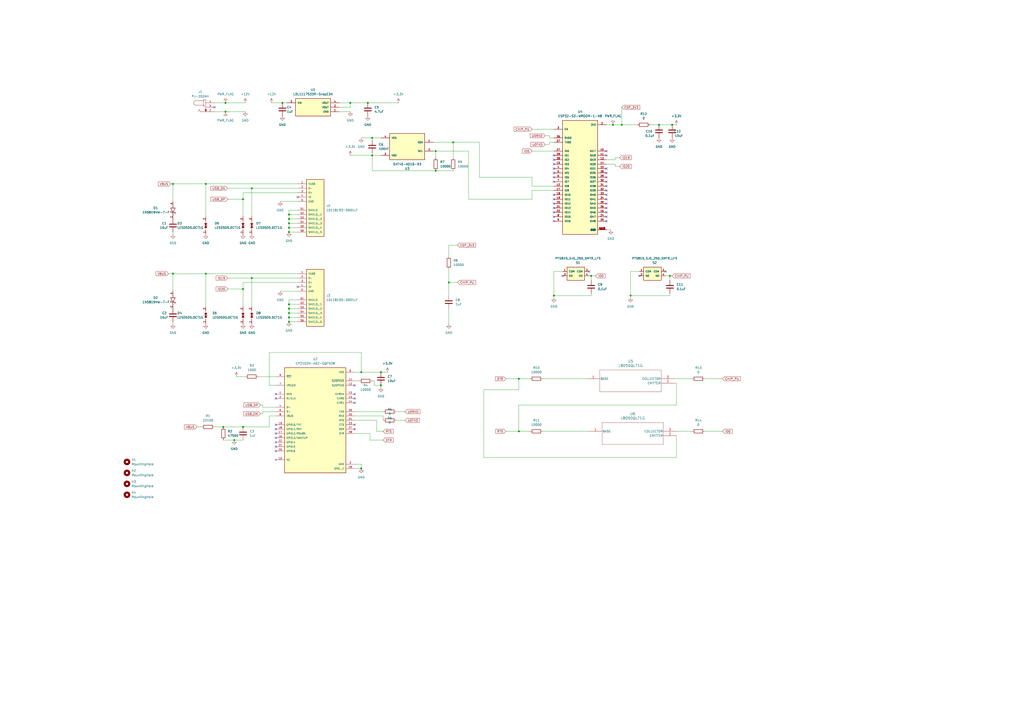
<source format=kicad_sch>
(kicad_sch (version 20231120) (generator "eeschema") (generator_version "8.0")
  (paper "A2")
  (junction (at 146.05 161.29))
  (junction (at 388.62 160.02))
  (junction (at 100.33 158.75))
  (junction (at 135.89 255.27))
  (junction (at 119.38 158.75))
  (junction (at 167.64 181.61))
  (junction (at 100.33 106.68))
  (junction (at 300.99 219.71))
  (junction (at 365.76 171.45))
  (junction (at 220.98 223.52))
  (junction (at 140.97 115.57))
  (junction (at 252.73 99.06))
  (junction (at 209.55 215.9))
  (junction (at 215.9 90.17))
  (junction (at 342.9 160.02))
  (junction (at 167.64 184.15))
  (junction (at 130.81 59.69))
  (junction (at 355.6 72.39))
  (junction (at 140.97 247.65))
  (junction (at 167.64 186.69))
  (junction (at 167.64 127))
  (junction (at 129.54 247.65))
  (junction (at 252.73 87.63))
  (junction (at 119.38 106.68))
  (junction (at 215.9 80.01))
  (junction (at 167.64 134.62))
  (junction (at 389.89 72.39))
  (junction (at 360.68 72.39))
  (junction (at 167.64 132.08))
  (junction (at 300.99 250.19))
  (junction (at 146.05 109.22))
  (junction (at 167.64 124.46))
  (junction (at 167.64 176.53))
  (junction (at 220.98 215.9))
  (junction (at 382.27 72.39))
  (junction (at 203.2 59.69))
  (junction (at 130.81 64.77))
  (junction (at 213.36 59.69))
  (junction (at 209.55 271.78))
  (junction (at 167.64 179.07))
  (junction (at 321.31 171.45))
  (junction (at 163.83 59.69))
  (junction (at 140.97 167.64))
  (junction (at 167.64 129.54))
  (junction (at 262.89 82.55))
  (junction (at 260.35 163.83))
  (no_connect (at 321.31 113.03))
  (no_connect (at 205.74 223.52))
  (no_connect (at 321.31 100.33))
  (no_connect (at 205.74 248.92))
  (no_connect (at 341.63 157.48))
  (no_connect (at 326.39 160.02))
  (no_connect (at 160.02 251.46))
  (no_connect (at 386.08 157.48))
  (no_connect (at 160.02 261.62))
  (no_connect (at 160.02 256.54))
  (no_connect (at 351.79 87.63))
  (no_connect (at 351.79 102.87))
  (no_connect (at 351.79 123.19))
  (no_connect (at 321.31 90.17))
  (no_connect (at 205.74 231.14))
  (no_connect (at 321.31 120.65))
  (no_connect (at 321.31 92.71))
  (no_connect (at 160.02 254))
  (no_connect (at 321.31 118.11))
  (no_connect (at 321.31 105.41))
  (no_connect (at 351.79 90.17))
  (no_connect (at 351.79 118.11))
  (no_connect (at 321.31 115.57))
  (no_connect (at 351.79 97.79))
  (no_connect (at 351.79 110.49))
  (no_connect (at 351.79 105.41))
  (no_connect (at 321.31 128.27))
  (no_connect (at 205.74 228.6))
  (no_connect (at 172.72 166.37))
  (no_connect (at 160.02 231.14))
  (no_connect (at 160.02 246.38))
  (no_connect (at 321.31 125.73))
  (no_connect (at 160.02 259.08))
  (no_connect (at 321.31 102.87))
  (no_connect (at 321.31 123.19))
  (no_connect (at 172.72 114.3))
  (no_connect (at 351.79 100.33))
  (no_connect (at 351.79 128.27))
  (no_connect (at 351.79 113.03))
  (no_connect (at 351.79 125.73))
  (no_connect (at 321.31 97.79))
  (no_connect (at 370.84 160.02))
  (no_connect (at 351.79 120.65))
  (no_connect (at 205.74 246.38))
  (no_connect (at 351.79 115.57))
  (no_connect (at 160.02 228.6))
  (no_connect (at 160.02 248.92))
  (no_connect (at 321.31 95.25))
  (no_connect (at 351.79 107.95))
  (no_connect (at 124.46 62.23))
  (no_connect (at 205.74 233.68))
  (wire (pts (xy 203.2 62.23) (xy 203.2 59.69)))
  (wire (pts (xy 100.33 106.68) (xy 100.33 116.84)))
  (wire (pts (xy 129.54 255.27) (xy 135.89 255.27)))
  (wire (pts (xy 342.9 160.02) (xy 345.44 160.02)))
  (wire (pts (xy 209.55 204.47) (xy 209.55 215.9)))
  (wire (pts (xy 300.99 226.06) (xy 300.99 219.71)))
  (wire (pts (xy 167.64 181.61) (xy 167.64 184.15)))
  (wire (pts (xy 280.67 226.06) (xy 300.99 226.06)))
  (wire (pts (xy 119.38 106.68) (xy 172.72 106.68)))
  (wire (pts (xy 205.74 215.9) (xy 209.55 215.9)))
  (wire (pts (xy 217.17 223.52) (xy 220.98 223.52)))
  (wire (pts (xy 265.43 142.24) (xy 260.35 142.24)))
  (wire (pts (xy 209.55 269.24) (xy 209.55 271.78)))
  (wire (pts (xy 146.05 109.22) (xy 172.72 109.22)))
  (wire (pts (xy 167.64 184.15) (xy 172.72 184.15)))
  (wire (pts (xy 215.9 80.01) (xy 220.98 80.01)))
  (wire (pts (xy 389.89 72.39) (xy 382.27 72.39)))
  (wire (pts (xy 213.36 59.69) (xy 231.14 59.69)))
  (wire (pts (xy 215.9 99.06) (xy 215.9 90.17)))
  (wire (pts (xy 215.9 90.17) (xy 220.98 90.17)))
  (wire (pts (xy 260.35 163.83) (xy 265.43 163.83)))
  (wire (pts (xy 300.99 234.95) (xy 300.99 250.19)))
  (wire (pts (xy 156.21 241.3) (xy 156.21 247.65)))
  (wire (pts (xy 321.31 157.48) (xy 321.31 171.45)))
  (wire (pts (xy 262.89 82.55) (xy 251.46 82.55)))
  (wire (pts (xy 146.05 161.29) (xy 146.05 177.8)))
  (wire (pts (xy 167.64 134.62) (xy 172.72 134.62)))
  (wire (pts (xy 151.13 234.95) (xy 152.4 234.95)))
  (wire (pts (xy 262.89 82.55) (xy 262.89 91.44)))
  (wire (pts (xy 100.33 158.75) (xy 100.33 168.91)))
  (wire (pts (xy 351.79 95.25) (xy 356.87 95.25)))
  (wire (pts (xy 260.35 156.21) (xy 260.35 163.83)))
  (wire (pts (xy 99.06 106.68) (xy 100.33 106.68)))
  (wire (pts (xy 318.77 80.01) (xy 321.31 80.01)))
  (wire (pts (xy 252.73 87.63) (xy 271.78 87.63)))
  (wire (pts (xy 167.64 184.15) (xy 167.64 186.69)))
  (wire (pts (xy 252.73 99.06) (xy 215.9 99.06)))
  (wire (pts (xy 132.08 161.29) (xy 146.05 161.29)))
  (wire (pts (xy 152.4 236.22) (xy 160.02 236.22)))
  (wire (pts (xy 365.76 157.48) (xy 365.76 171.45)))
  (wire (pts (xy 377.19 72.39) (xy 382.27 72.39)))
  (wire (pts (xy 137.16 218.44) (xy 142.24 218.44)))
  (wire (pts (xy 252.73 99.06) (xy 262.89 99.06)))
  (wire (pts (xy 149.86 218.44) (xy 160.02 218.44)))
  (wire (pts (xy 391.16 219.71) (xy 401.32 219.71)))
  (wire (pts (xy 140.97 167.64) (xy 140.97 177.8)))
  (wire (pts (xy 408.94 219.71) (xy 419.1 219.71)))
  (wire (pts (xy 167.64 173.99) (xy 167.64 176.53)))
  (wire (pts (xy 205.74 243.84) (xy 218.44 243.84)))
  (wire (pts (xy 157.48 59.69) (xy 163.83 59.69)))
  (wire (pts (xy 209.55 80.01) (xy 215.9 80.01)))
  (wire (pts (xy 392.43 250.19) (xy 401.32 250.19)))
  (wire (pts (xy 308.61 107.95) (xy 321.31 107.95)))
  (wire (pts (xy 215.9 220.98) (xy 217.17 220.98)))
  (wire (pts (xy 167.64 179.07) (xy 167.64 181.61)))
  (wire (pts (xy 167.64 181.61) (xy 172.72 181.61)))
  (wire (pts (xy 355.6 72.39) (xy 360.68 72.39)))
  (wire (pts (xy 318.77 78.74) (xy 318.77 80.01)))
  (wire (pts (xy 205.74 241.3) (xy 222.25 241.3)))
  (wire (pts (xy 215.9 88.9) (xy 215.9 90.17)))
  (wire (pts (xy 280.67 265.43) (xy 280.67 226.06)))
  (wire (pts (xy 167.64 124.46) (xy 167.64 127)))
  (wire (pts (xy 167.64 127) (xy 167.64 129.54)))
  (wire (pts (xy 132.08 167.64) (xy 140.97 167.64)))
  (wire (pts (xy 203.2 59.69) (xy 213.36 59.69)))
  (wire (pts (xy 140.97 163.83) (xy 172.72 163.83)))
  (wire (pts (xy 271.78 115.57) (xy 271.78 87.63)))
  (wire (pts (xy 218.44 250.19) (xy 222.25 250.19)))
  (wire (pts (xy 214.63 255.27) (xy 222.25 255.27)))
  (wire (pts (xy 388.62 171.45) (xy 365.76 171.45)))
  (wire (pts (xy 220.98 215.9) (xy 224.79 215.9)))
  (wire (pts (xy 388.62 160.02) (xy 388.62 162.56)))
  (wire (pts (xy 392.43 234.95) (xy 300.99 234.95)))
  (wire (pts (xy 354.33 133.35) (xy 351.79 133.35)))
  (wire (pts (xy 130.81 59.69) (xy 142.24 59.69)))
  (wire (pts (xy 215.9 80.01) (xy 215.9 81.28)))
  (wire (pts (xy 160.02 223.52) (xy 156.21 223.52)))
  (wire (pts (xy 392.43 222.25) (xy 392.43 234.95)))
  (wire (pts (xy 162.56 168.91) (xy 172.72 168.91)))
  (wire (pts (xy 356.87 95.25) (xy 356.87 96.52)))
  (wire (pts (xy 167.64 132.08) (xy 167.64 134.62)))
  (wire (pts (xy 152.4 234.95) (xy 152.4 236.22)))
  (wire (pts (xy 140.97 115.57) (xy 140.97 111.76)))
  (wire (pts (xy 314.96 219.71) (xy 340.36 219.71)))
  (wire (pts (xy 318.77 82.55) (xy 321.31 82.55)))
  (wire (pts (xy 392.43 72.39) (xy 389.89 72.39)))
  (wire (pts (xy 360.68 72.39) (xy 369.57 72.39)))
  (wire (pts (xy 156.21 204.47) (xy 209.55 204.47)))
  (wire (pts (xy 386.08 160.02) (xy 388.62 160.02)))
  (wire (pts (xy 196.85 64.77) (xy 203.2 64.77)))
  (wire (pts (xy 370.84 157.48) (xy 365.76 157.48)))
  (wire (pts (xy 100.33 106.68) (xy 119.38 106.68)))
  (wire (pts (xy 119.38 106.68) (xy 119.38 125.73)))
  (wire (pts (xy 162.56 116.84) (xy 172.72 116.84)))
  (wire (pts (xy 140.97 115.57) (xy 140.97 125.73)))
  (wire (pts (xy 308.61 110.49) (xy 321.31 110.49)))
  (wire (pts (xy 124.46 59.69) (xy 130.81 59.69)))
  (wire (pts (xy 222.25 241.3) (xy 222.25 243.84)))
  (wire (pts (xy 360.68 62.23) (xy 360.68 72.39)))
  (wire (pts (xy 220.98 224.79) (xy 220.98 223.52)))
  (wire (pts (xy 391.16 222.25) (xy 392.43 222.25)))
  (wire (pts (xy 260.35 179.07) (xy 260.35 187.96)))
  (wire (pts (xy 167.64 121.92) (xy 167.64 124.46)))
  (wire (pts (xy 321.31 171.45) (xy 321.31 172.72)))
  (wire (pts (xy 316.23 83.82) (xy 318.77 83.82)))
  (wire (pts (xy 278.13 102.87) (xy 278.13 82.55)))
  (wire (pts (xy 388.62 160.02) (xy 389.89 160.02)))
  (wire (pts (xy 160.02 241.3) (xy 156.21 241.3)))
  (wire (pts (xy 388.62 170.18) (xy 388.62 171.45)))
  (wire (pts (xy 356.87 91.44) (xy 359.41 91.44)))
  (wire (pts (xy 152.4 238.76) (xy 160.02 238.76)))
  (wire (pts (xy 351.79 72.39) (xy 355.6 72.39)))
  (wire (pts (xy 135.89 255.27) (xy 140.97 255.27)))
  (wire (pts (xy 293.37 250.19) (xy 300.99 250.19)))
  (wire (pts (xy 167.64 127) (xy 172.72 127)))
  (wire (pts (xy 365.76 171.45) (xy 365.76 172.72)))
  (wire (pts (xy 119.38 158.75) (xy 172.72 158.75)))
  (wire (pts (xy 260.35 163.83) (xy 260.35 171.45)))
  (wire (pts (xy 205.74 269.24) (xy 209.55 269.24)))
  (wire (pts (xy 130.81 64.77) (xy 142.24 64.77)))
  (wire (pts (xy 119.38 158.75) (xy 119.38 177.8)))
  (wire (pts (xy 172.72 173.99) (xy 167.64 173.99)))
  (wire (pts (xy 278.13 82.55) (xy 262.89 82.55)))
  (wire (pts (xy 252.73 87.63) (xy 252.73 91.44)))
  (wire (pts (xy 205.74 251.46) (xy 214.63 251.46)))
  (wire (pts (xy 351.79 92.71) (xy 356.87 92.71)))
  (wire (pts (xy 132.08 109.22) (xy 146.05 109.22)))
  (wire (pts (xy 293.37 219.71) (xy 300.99 219.71)))
  (wire (pts (xy 196.85 59.69) (xy 203.2 59.69)))
  (wire (pts (xy 163.83 59.69) (xy 166.37 59.69)))
  (wire (pts (xy 167.64 176.53) (xy 167.64 179.07)))
  (wire (pts (xy 132.08 115.57) (xy 140.97 115.57)))
  (wire (pts (xy 140.97 111.76) (xy 172.72 111.76)))
  (wire (pts (xy 167.64 124.46) (xy 172.72 124.46)))
  (wire (pts (xy 151.13 240.03) (xy 152.4 240.03)))
  (wire (pts (xy 278.13 102.87) (xy 308.61 102.87)))
  (wire (pts (xy 308.61 87.63) (xy 321.31 87.63)))
  (wire (pts (xy 167.64 132.08) (xy 172.72 132.08)))
  (wire (pts (xy 218.44 243.84) (xy 218.44 250.19)))
  (wire (pts (xy 342.9 160.02) (xy 342.9 162.56)))
  (wire (pts (xy 318.77 83.82) (xy 318.77 82.55)))
  (wire (pts (xy 97.79 158.75) (xy 100.33 158.75)))
  (wire (pts (xy 146.05 109.22) (xy 146.05 125.73)))
  (wire (pts (xy 196.85 62.23) (xy 203.2 62.23)))
  (wire (pts (xy 156.21 223.52) (xy 156.21 204.47)))
  (wire (pts (xy 229.87 243.84) (xy 234.95 243.84)))
  (wire (pts (xy 100.33 186.69) (xy 100.33 187.96)))
  (wire (pts (xy 205.74 271.78) (xy 209.55 271.78)))
  (wire (pts (xy 308.61 102.87) (xy 308.61 107.95)))
  (wire (pts (xy 316.23 78.74) (xy 318.77 78.74)))
  (wire (pts (xy 271.78 115.57) (xy 308.61 115.57)))
  (wire (pts (xy 392.43 265.43) (xy 280.67 265.43)))
  (wire (pts (xy 172.72 121.92) (xy 167.64 121.92)))
  (wire (pts (xy 129.54 247.65) (xy 140.97 247.65)))
  (wire (pts (xy 209.55 215.9) (xy 220.98 215.9)))
  (wire (pts (xy 260.35 142.24) (xy 260.35 148.59)))
  (wire (pts (xy 152.4 240.03) (xy 152.4 238.76)))
  (wire (pts (xy 124.46 64.77) (xy 130.81 64.77)))
  (wire (pts (xy 392.43 252.73) (xy 392.43 265.43)))
  (wire (pts (xy 203.2 90.17) (xy 215.9 90.17)))
  (wire (pts (xy 214.63 251.46) (xy 214.63 255.27)))
  (wire (pts (xy 300.99 250.19) (xy 307.34 250.19)))
  (wire (pts (xy 167.64 176.53) (xy 172.72 176.53)))
  (wire (pts (xy 114.3 247.65) (xy 116.84 247.65)))
  (wire (pts (xy 140.97 167.64) (xy 140.97 163.83)))
  (wire (pts (xy 156.21 247.65) (xy 140.97 247.65)))
  (wire (pts (xy 100.33 158.75) (xy 119.38 158.75)))
  (wire (pts (xy 217.17 220.98) (xy 217.17 223.52)))
  (wire (pts (xy 205.74 238.76) (xy 222.25 238.76)))
  (wire (pts (xy 408.94 250.19) (xy 419.1 250.19)))
  (wire (pts (xy 167.64 129.54) (xy 167.64 132.08)))
  (wire (pts (xy 341.63 160.02) (xy 342.9 160.02)))
  (wire (pts (xy 167.64 186.69) (xy 172.72 186.69)))
  (wire (pts (xy 300.99 219.71) (xy 307.34 219.71)))
  (wire (pts (xy 100.33 134.62) (xy 100.33 135.89)))
  (wire (pts (xy 314.96 250.19) (xy 341.63 250.19)))
  (wire (pts (xy 356.87 96.52) (xy 359.41 96.52)))
  (wire (pts (xy 167.64 129.54) (xy 172.72 129.54)))
  (wire (pts (xy 356.87 92.71) (xy 356.87 91.44)))
  (wire (pts (xy 229.87 238.76) (xy 234.95 238.76)))
  (wire (pts (xy 146.05 161.29) (xy 172.72 161.29)))
  (wire (pts (xy 321.31 171.45) (xy 342.9 171.45)))
  (wire (pts (xy 308.61 74.93) (xy 321.31 74.93)))
  (wire (pts (xy 124.46 247.65) (xy 129.54 247.65)))
  (wire (pts (xy 342.9 170.18) (xy 342.9 171.45)))
  (wire (pts (xy 205.74 220.98) (xy 208.28 220.98)))
  (wire (pts (xy 308.61 115.57) (xy 308.61 110.49)))
  (wire (pts (xy 326.39 157.48) (xy 321.31 157.48)))
  (wire (pts (xy 251.46 87.63) (xy 252.73 87.63)))
  (wire (pts (xy 167.64 179.07) (xy 172.72 179.07)))
  (global_label "CHIP_PU" (shape input) (at 389.89 160.02 0) (property "Intersheetrefs" "${INTERSHEET_REFS}" (effects (hide yes))))
  (global_label "CHIP_PU" (shape input) (at 265.43 163.83 0) (property "Intersheetrefs" "${INTERSHEET_REFS}" (effects (hide yes))))
  (global_label "USB_DP" (shape input) (at 151.13 234.95 180) (property "Intersheetrefs" "${INTERSHEET_REFS}" (effects (hide yes))))
  (global_label "IO19" (shape input) (at 359.41 91.44 0) (property "Intersheetrefs" "${INTERSHEET_REFS}" (effects (hide yes))))
  (global_label "IO0" (shape input) (at 308.61 87.63 180) (property "Intersheetrefs" "${INTERSHEET_REFS}" (effects (hide yes))))
  (global_label "ESP_3V3" (shape input) (at 265.43 142.24 0) (property "Intersheetrefs" "${INTERSHEET_REFS}" (effects (hide yes))))
  (global_label "U0RXD" (shape input) (at 316.23 78.74 180) (property "Intersheetrefs" "${INTERSHEET_REFS}" (effects (hide yes))))
  (global_label "U0RXD" (shape input) (at 234.95 238.76 0) (property "Intersheetrefs" "${INTERSHEET_REFS}" (effects (hide yes))))
  (global_label "VBUS" (shape input) (at 114.3 247.65 180) (property "Intersheetrefs" "${INTERSHEET_REFS}" (effects (hide yes))))
  (global_label "IO0" (shape input) (at 419.1 250.19 0) (property "Intersheetrefs" "${INTERSHEET_REFS}" (effects (hide yes))))
  (global_label "IO19" (shape input) (at 132.08 161.29 180) (property "Intersheetrefs" "${INTERSHEET_REFS}" (effects (hide yes))))
  (global_label "U0TXD" (shape input) (at 234.95 243.84 0) (property "Intersheetrefs" "${INTERSHEET_REFS}" (effects (hide yes))))
  (global_label "RTS" (shape input) (at 222.25 250.19 0) (property "Intersheetrefs" "${INTERSHEET_REFS}" (effects (hide yes))))
  (global_label "USB_DN" (shape input) (at 151.13 240.03 180) (property "Intersheetrefs" "${INTERSHEET_REFS}" (effects (hide yes))))
  (global_label "RTS" (shape input) (at 293.37 250.19 180) (property "Intersheetrefs" "${INTERSHEET_REFS}" (effects (hide yes))))
  (global_label "IO0" (shape input) (at 345.44 160.02 0) (property "Intersheetrefs" "${INTERSHEET_REFS}" (effects (hide yes))))
  (global_label "VBUS" (shape input) (at 97.79 158.75 180) (property "Intersheetrefs" "${INTERSHEET_REFS}" (effects (hide yes))))
  (global_label "U0TXD" (shape input) (at 316.23 83.82 180) (property "Intersheetrefs" "${INTERSHEET_REFS}" (effects (hide yes))))
  (global_label "IO20" (shape input) (at 132.08 167.64 180) (property "Intersheetrefs" "${INTERSHEET_REFS}" (effects (hide yes))))
  (global_label "DTR" (shape input) (at 293.37 219.71 180) (property "Intersheetrefs" "${INTERSHEET_REFS}" (effects (hide yes))))
  (global_label "ESP_3V3" (shape input) (at 360.68 62.23 0) (property "Intersheetrefs" "${INTERSHEET_REFS}" (effects (hide yes))))
  (global_label "IO20" (shape input) (at 359.41 96.52 0) (property "Intersheetrefs" "${INTERSHEET_REFS}" (effects (hide yes))))
  (global_label "USB_DN" (shape input) (at 132.08 109.22 180) (property "Intersheetrefs" "${INTERSHEET_REFS}" (effects (hide yes))))
  (global_label "USB_DP" (shape input) (at 132.08 115.57 180) (property "Intersheetrefs" "${INTERSHEET_REFS}" (effects (hide yes))))
  (global_label "DTR" (shape input) (at 222.25 255.27 0) (property "Intersheetrefs" "${INTERSHEET_REFS}" (effects (hide yes))))
  (global_label "VBUS" (shape input) (at 99.06 106.68 180) (property "Intersheetrefs" "${INTERSHEET_REFS}" (effects (hide yes))))
  (global_label "CHIP_PU" (shape input) (at 308.61 74.93 180) (property "Intersheetrefs" "${INTERSHEET_REFS}" (effects (hide yes))))
  (global_label "CHIP_PU" (shape input) (at 419.1 219.71 0) (property "Intersheetrefs" "${INTERSHEET_REFS}" (effects (hide yes))))
  (symbol (lib_id "power:GND") (at 213.36 67.31 0) (unit 1)
    (property "Reference" "#PWR023" (effects (hide yes)))
    (property "Value" "GND" (at 213.36 72.39 0))
    (property "Description" "Power symbol creates a global label with name \"GND\" , ground" (effects (hide yes)))
  )
  (symbol (lib_id "ECE445:SHT45-AD1B-R3") (at 236.22 85.09 180) (unit 1)
    (property "Reference" "U3" (at 236.22 97.79 0))
    (property "Value" "SHT45-AD1B-R3" (at 236.22 95.25 0))
  )
  (symbol (lib_id "power:PWR_FLAG") (at 355.6 72.39 0) (unit 1)
    (property "Reference" "#FLG03" (effects (hide yes)))
    (property "Value" "PWR_FLAG" (at 355.6 67.31 0))
    (property "Description" "Special symbol for telling ERC where power comes from" (effects (hide yes)))
  )
  (symbol (lib_id "Device:C") (at 213.36 63.5 0) (unit 1)
    (property "Reference" "C5" (at 217.17 62.23 0) (effects (justify left)))
    (property "Value" "4.7uF" (at 217.17 64.77 0) (effects (justify left)))
    (property "Description" "Unpolarized capacitor" (effects (hide yes)))
  )
  (symbol (lib_id "ECE445:LESD5D5.0CT1G") (at 140.97 130.81 90) (unit 1)
    (property "Reference" "D5" (at 124.46 129.54 90) (effects (justify right)))
    (property "Value" "LESD5D5.0CT1G" (at 124.46 132.08 90) (effects (justify right)))
    (property "Description" "\nTransient Voltage Suppressors for ESD Protection\n" (effects (hide yes)))
    (property "MF" "Leshan Radio Co." (effects (hide yes)))
    (property "MAXIMUM_PACKAGE_HEIGHT" "0.7 mm" (effects (hide yes)))
    (property "Package" "None" (effects (hide yes)))
    (property "Price" "None" (effects (hide yes)))
    (property "Check_prices" "https://www.snapeda.com/parts/LESD5D5.0CT1G/Leshan+Radio+Co./view-part/?ref=eda" (effects (hide yes)))
    (property "STANDARD" "Manufacturer Recommendations" (effects (hide yes)))
    (property "PARTREV" "O" (effects (hide yes)))
    (property "SnapEDA_Link" "https://www.snapeda.com/parts/LESD5D5.0CT1G/Leshan+Radio+Co./view-part/?ref=snap" (effects (hide yes)))
    (property "MP" "LESD5D5.0CT1G" (effects (hide yes)))
    (property "Availability" "Not in stock" (effects (hide yes)))
    (property "MANUFACTURER" "LRC" (effects (hide yes)))
  )
  (symbol (lib_id "Device:R") (at 120.65 247.65 90) (unit 1)
    (property "Reference" "R1" (at 120.65 241.3 90))
    (property "Value" "22100" (at 120.65 243.84 90))
    (property "Description" "Resistor" (effects (hide yes)))
  )
  (symbol (lib_id "ECE445:10118193-0001LF") (at 182.88 166.37 0) (unit 1)
    (property "Reference" "J3" (at 189.23 171.45 0) (effects (justify left)))
    (property "Value" "10118193-0001LF" (at 189.23 173.99 0) (effects (justify left)))
    (property "PARTREV" "E" (effects (hide yes)))
    (property "MANUFACTURER" "Amphenol FCI" (effects (hide yes)))
    (property "MAXIMUM_PACKAGE_HEIGHT" "2.55 mm" (effects (hide yes)))
    (property "STANDARD" "Manufacturer Recommendations" (effects (hide yes)))
  )
  (symbol (lib_id "power:GND") (at 203.2 64.77 0) (unit 1)
    (property "Reference" "#PWR019" (effects (hide yes)))
    (property "Value" "GND" (at 203.2 69.85 0))
    (property "Description" "Power symbol creates a global label with name \"GND\" , ground" (effects (hide yes)))
  )
  (symbol (lib_id "Mechanical:MountingHole") (at 73.66 267.97 0) (unit 1)
    (property "Reference" "H1" (at 76.2 266.7 0) (effects (justify left)))
    (property "Value" "MountingHole" (at 76.2 269.24 0) (effects (justify left)))
    (property "Description" "Mounting Hole without connection" (effects (hide yes)))
  )
  (symbol (lib_id "Device:C") (at 100.33 130.81 0) (unit 1)
    (property "Reference" "C1" (at 93.98 129.54 0) (effects (justify left)))
    (property "Value" "10uF" (at 92.71 132.08 0) (effects (justify left)))
    (property "Description" "Unpolarized capacitor" (effects (hide yes)))
  )
  (symbol (lib_id "Mechanical:MountingHole") (at 73.66 287.02 0) (unit 1)
    (property "Reference" "H4" (at 76.2 285.75 0) (effects (justify left)))
    (property "Value" "MountingHole" (at 76.2 288.29 0) (effects (justify left)))
    (property "Description" "Mounting Hole without connection" (effects (hide yes)))
  )
  (symbol (lib_id "ECE445:1N5819HW-7-F") (at 100.33 121.92 270) (unit 1)
    (property "Reference" "D1" (at 88.9 120.65 90) (effects (justify left)))
    (property "Value" "1N5819HW-7-F" (at 82.55 123.19 90) (effects (justify left)))
    (property "PARTREV" "18-2" (effects (hide yes)))
    (property "STANDARD" "IPC-7351B" (effects (hide yes)))
    (property "MANUFACTURER" "Diodes Inc." (effects (hide yes)))
  )
  (symbol (lib_id "Device:C") (at 215.9 85.09 0) (unit 1)
    (property "Reference" "C6" (at 219.71 83.82 0) (effects (justify left)))
    (property "Value" "100nF" (at 219.71 86.36 0) (effects (justify left)))
    (property "Description" "Unpolarized capacitor" (effects (hide yes)))
  )
  (symbol (lib_id "ECE445:LESD5D5.0CT1G") (at 146.05 182.88 90) (unit 1)
    (property "Reference" "D8" (at 148.59 181.61 90) (effects (justify right)))
    (property "Value" "LESD5D5.0CT1G" (at 148.59 184.15 90) (effects (justify right)))
    (property "Description" "\nTransient Voltage Suppressors for ESD Protection\n" (effects (hide yes)))
    (property "MF" "Leshan Radio Co." (effects (hide yes)))
    (property "MAXIMUM_PACKAGE_HEIGHT" "0.7 mm" (effects (hide yes)))
    (property "Package" "None" (effects (hide yes)))
    (property "Price" "None" (effects (hide yes)))
    (property "Check_prices" "https://www.snapeda.com/parts/LESD5D5.0CT1G/Leshan+Radio+Co./view-part/?ref=eda" (effects (hide yes)))
    (property "STANDARD" "Manufacturer Recommendations" (effects (hide yes)))
    (property "PARTREV" "O" (effects (hide yes)))
    (property "SnapEDA_Link" "https://www.snapeda.com/parts/LESD5D5.0CT1G/Leshan+Radio+Co./view-part/?ref=snap" (effects (hide yes)))
    (property "MP" "LESD5D5.0CT1G" (effects (hide yes)))
    (property "Availability" "Not in stock" (effects (hide yes)))
    (property "MANUFACTURER" "LRC" (effects (hide yes)))
  )
  (symbol (lib_id "Device:R") (at 405.13 219.71 90) (unit 1)
    (property "Reference" "R13" (at 405.13 213.36 90))
    (property "Value" "0" (at 405.13 215.9 90))
    (property "Description" "Resistor" (effects (hide yes)))
  )
  (symbol (lib_id "ECE445:LESD5D5.0CT1G") (at 146.05 130.81 90) (unit 1)
    (property "Reference" "D7" (at 148.59 129.54 90) (effects (justify right)))
    (property "Value" "LESD5D5.0CT1G" (at 148.59 132.08 90) (effects (justify right)))
    (property "Description" "\nTransient Voltage Suppressors for ESD Protection\n" (effects (hide yes)))
    (property "MF" "Leshan Radio Co." (effects (hide yes)))
    (property "MAXIMUM_PACKAGE_HEIGHT" "0.7 mm" (effects (hide yes)))
    (property "Package" "None" (effects (hide yes)))
    (property "Price" "None" (effects (hide yes)))
    (property "Check_prices" "https://www.snapeda.com/parts/LESD5D5.0CT1G/Leshan+Radio+Co./view-part/?ref=eda" (effects (hide yes)))
    (property "STANDARD" "Manufacturer Recommendations" (effects (hide yes)))
    (property "PARTREV" "O" (effects (hide yes)))
    (property "SnapEDA_Link" "https://www.snapeda.com/parts/LESD5D5.0CT1G/Leshan+Radio+Co./view-part/?ref=snap" (effects (hide yes)))
    (property "MP" "LESD5D5.0CT1G" (effects (hide yes)))
    (property "Availability" "Not in stock" (effects (hide yes)))
    (property "MANUFACTURER" "LRC" (effects (hide yes)))
  )
  (symbol (lib_id "Device:R") (at 226.06 243.84 90) (unit 1)
    (property "Reference" "R6" (at 226.06 242.57 90))
    (property "Value" "0" (at 226.06 245.11 90))
    (property "Description" "Resistor" (effects (hide yes)))
  )
  (symbol (lib_id "Device:R") (at 262.89 95.25 0) (unit 1)
    (property "Reference" "R9" (at 265.43 93.98 0) (effects (justify left)))
    (property "Value" "10000" (at 265.43 96.52 0) (effects (justify left)))
    (property "Description" "Resistor" (effects (hide yes)))
  )
  (symbol (lib_id "power:GND") (at 119.38 187.96 0) (unit 1)
    (property "Reference" "#PWR04" (effects (hide yes)))
    (property "Value" "GND" (at 119.38 193.04 0))
    (property "Description" "Power symbol creates a global label with name \"GND\" , ground" (effects (hide yes)))
  )
  (symbol (lib_id "ECE445:PTS815_SJG_250_SMTR_LFS") (at 383.54 162.56 180) (unit 1)
    (property "Reference" "S2" (at 379.73 152.4 0))
    (property "Value" "PTS815_SJG_250_SMTR_LFS" (at 379.73 149.86 0))
    (property "Description" "\nSwitch;Tactile;4.2 x 3.2;2.5MM;400gf;J Leads | C&K PTS815 SJG 250 SMTR LFS\n" (effects (hide yes)))
    (property "MANUFACTURER_NAME" "C & K COMPONENTS" (effects (hide yes)))
    (property "MF" "C&K" (effects (hide yes)))
    (property "MOUSER_PRICE-STOCK" "https://www.mouser.co.uk/ProductDetail/CK/PTS815-SJG-250-SMTR-LFS?qs=ahcBuItHZ3yjoEmU1Oppnw%3D%3D" (effects (hide yes)))
    (property "DESCRIPTION" "Tactile Switches Tact Switch, 12 VDC, 50 mA, 4.2x3.2, 2.5mm H, 400gf, J leads" (effects (hide yes)))
    (property "MOUSER_PART_NUMBER" "611-PTS815SJG250SMTR" (effects (hide yes)))
    (property "Price" "None" (effects (hide yes)))
    (property "Package" "None" (effects (hide yes)))
    (property "Check_prices" "https://www.snapeda.com/parts/PTS815%20SJG%20250%20SMTR%20LFS/C%2526K/view-part/?ref=eda" (effects (hide yes)))
    (property "HEIGHT" "2.7mm" (effects (hide yes)))
    (property "SnapEDA_Link" "https://www.snapeda.com/parts/PTS815%20SJG%20250%20SMTR%20LFS/C%2526K/view-part/?ref=snap" (effects (hide yes)))
    (property "MP" "PTS815 SJG 250 SMTR LFS" (effects (hide yes)))
    (property "Availability" "In Stock" (effects (hide yes)))
    (property "MANUFACTURER_PART_NUMBER" "PTS815 SJG 250 SMTR LFS" (effects (hide yes)))
  )
  (symbol (lib_id "power:+3.3V") (at 203.2 90.17 0) (unit 1)
    (property "Reference" "#PWR020" (effects (hide yes)))
    (property "Value" "+3.3V" (at 203.2 85.09 0))
    (property "Description" "Power symbol creates a global label with name \"+3.3V\"" (effects (hide yes)))
  )
  (symbol (lib_id "power:GND") (at 167.64 186.69 0) (unit 1)
    (property "Reference" "#PWR018" (effects (hide yes)))
    (property "Value" "GND" (at 167.64 191.77 0))
    (property "Description" "Power symbol creates a global label with name \"GND\" , ground" (effects (hide yes)))
  )
  (symbol (lib_id "Device:C") (at 342.9 166.37 0) (unit 1)
    (property "Reference" "C9" (at 346.71 165.1 0) (effects (justify left)))
    (property "Value" "0.1uF" (at 346.71 167.64 0) (effects (justify left)))
    (property "Description" "Unpolarized capacitor" (effects (hide yes)))
  )
  (symbol (lib_id "power:GND") (at 100.33 135.89 0) (unit 1)
    (property "Reference" "#PWR01" (effects (hide yes)))
    (property "Value" "GND" (at 100.33 140.97 0))
    (property "Description" "Power symbol creates a global label with name \"GND\" , ground" (effects (hide yes)))
  )
  (symbol (lib_id "power:GND") (at 140.97 135.89 0) (unit 1)
    (property "Reference" "#PWR07" (effects (hide yes)))
    (property "Value" "GND" (at 140.97 140.97 0))
    (property "Description" "Power symbol creates a global label with name \"GND\" , ground" (effects (hide yes)))
  )
  (symbol (lib_id "power:GND") (at 162.56 116.84 0) (unit 1)
    (property "Reference" "#PWR014" (effects (hide yes)))
    (property "Value" "GND" (at 162.56 121.92 0))
    (property "Description" "Power symbol creates a global label with name \"GND\" , ground" (effects (hide yes)))
  )
  (symbol (lib_id "Device:R") (at 129.54 251.46 180) (unit 1)
    (property "Reference" "R2" (at 132.08 250.19 0) (effects (justify right)))
    (property "Value" "47500" (at 132.08 252.73 0) (effects (justify right)))
    (property "Description" "Resistor" (effects (hide yes)))
  )
  (symbol (lib_id "power:GND") (at 162.56 168.91 0) (unit 1)
    (property "Reference" "#PWR015" (effects (hide yes)))
    (property "Value" "GND" (at 162.56 173.99 0))
    (property "Description" "Power symbol creates a global label with name \"GND\" , ground" (effects (hide yes)))
  )
  (symbol (lib_id "power:GND") (at 209.55 271.78 0) (unit 1)
    (property "Reference" "#PWR022" (effects (hide yes)))
    (property "Value" "GND" (at 209.55 276.86 0))
    (property "Description" "Power symbol creates a global label with name \"GND\" , ground" (effects (hide yes)))
  )
  (symbol (lib_id "power:GND") (at 354.33 133.35 0) (unit 1)
    (property "Reference" "#PWR029" (effects (hide yes)))
    (property "Value" "GND" (at 354.33 138.43 0))
    (property "Description" "Power symbol creates a global label with name \"GND\" , ground" (effects (hide yes)))
  )
  (symbol (lib_id "Mechanical:MountingHole") (at 73.66 280.67 0) (unit 1)
    (property "Reference" "H3" (at 76.2 279.4 0) (effects (justify left)))
    (property "Value" "MountingHole" (at 76.2 281.94 0) (effects (justify left)))
    (property "Description" "Mounting Hole without connection" (effects (hide yes)))
  )
  (symbol (lib_id "ECE445:CP2102N-A02-GQFN28") (at 182.88 243.84 0) (unit 1)
    (property "Reference" "U2" (at 182.88 208.28 0))
    (property "Value" "CP2102N-A02-GQFN28" (at 182.88 210.82 0))
    (property "PARTREV" "1.5" (effects (hide yes)))
    (property "MANUFACTURER" "Silicon Labs" (effects (hide yes)))
    (property "MAXIMUM_PACKAGE_HEIGHT" "0.8 mm" (effects (hide yes)))
    (property "STANDARD" "IPC 7351B" (effects (hide yes)))
  )
  (symbol (lib_id "power:GND") (at 100.33 187.96 0) (unit 1)
    (property "Reference" "#PWR02" (effects (hide yes)))
    (property "Value" "GND" (at 100.33 193.04 0))
    (property "Description" "Power symbol creates a global label with name \"GND\" , ground" (effects (hide yes)))
  )
  (symbol (lib_id "power:GND") (at 321.31 172.72 0) (unit 1)
    (property "Reference" "#PWR028" (effects (hide yes)))
    (property "Value" "GND" (at 321.31 177.8 0))
    (property "Description" "Power symbol creates a global label with name \"GND\" , ground" (effects (hide yes)))
  )
  (symbol (lib_id "ECE445:LESD5D5.0CT1G") (at 119.38 130.81 90) (unit 1)
    (property "Reference" "D3" (at 102.87 129.54 90) (effects (justify right)))
    (property "Value" "LESD5D5.0CT1G" (at 102.87 132.08 90) (effects (justify right)))
    (property "Description" "\nTransient Voltage Suppressors for ESD Protection\n" (effects (hide yes)))
    (property "MF" "Leshan Radio Co." (effects (hide yes)))
    (property "MAXIMUM_PACKAGE_HEIGHT" "0.7 mm" (effects (hide yes)))
    (property "Package" "None" (effects (hide yes)))
    (property "Price" "None" (effects (hide yes)))
    (property "Check_prices" "https://www.snapeda.com/parts/LESD5D5.0CT1G/Leshan+Radio+Co./view-part/?ref=eda" (effects (hide yes)))
    (property "STANDARD" "Manufacturer Recommendations" (effects (hide yes)))
    (property "PARTREV" "O" (effects (hide yes)))
    (property "SnapEDA_Link" "https://www.snapeda.com/parts/LESD5D5.0CT1G/Leshan+Radio+Co./view-part/?ref=snap" (effects (hide yes)))
    (property "MP" "LESD5D5.0CT1G" (effects (hide yes)))
    (property "Availability" "Not in stock" (effects (hide yes)))
    (property "MANUFACTURER" "LRC" (effects (hide yes)))
  )
  (symbol (lib_id "ECE445:L8050QLT1G") (at 340.36 219.71 0) (unit 1)
    (property "Reference" "U5" (at 365.76 209.55 0) (effects (font (size 1.524 1.524))))
    (property "Value" "L8050QLT1G" (at 365.76 212.09 0) (effects (font (size 1.524 1.524))))
    (property "Datasheet" "KSC3265YMTF" (effects (hide yes)))
  )
  (symbol (lib_id "power:GND") (at 167.64 134.62 0) (unit 1)
    (property "Reference" "#PWR017" (effects (hide yes)))
    (property "Value" "GND" (at 167.64 139.7 0))
    (property "Description" "Power symbol creates a global label with name \"GND\" , ground" (effects (hide yes)))
  )
  (symbol (lib_id "power:PWR_FLAG") (at 130.81 64.77 180) (unit 1)
    (property "Reference" "#FLG02" (effects (hide yes)))
    (property "Value" "PWR_FLAG" (at 130.81 69.85 0))
    (property "Description" "Special symbol for telling ERC where power comes from" (effects (hide yes)))
  )
  (symbol (lib_id "Device:C") (at 100.33 182.88 0) (unit 1)
    (property "Reference" "C2" (at 93.98 181.61 0) (effects (justify left)))
    (property "Value" "10uF" (at 92.71 184.15 0) (effects (justify left)))
    (property "Description" "Unpolarized capacitor" (effects (hide yes)))
  )
  (symbol (lib_id "ECE445:ESP32-S3-WROOM-1-N8") (at 336.55 100.33 0) (unit 1)
    (property "Reference" "U4" (at 336.55 64.77 0))
    (property "Value" "ESP32-S3-WROOM-1-N8" (at 336.55 67.31 0))
    (property "Description" "\nWiFi 802.11a/b/g/n, Bluetooth v5.0 Transceiver Module 2.4GHz Antenna Not Included -\n" (effects (hide yes)))
    (property "DigiKey_Part_Number" "1965-ESP32-S3-WROOM-1-N8TR-ND" (effects (hide yes)))
    (property "MF" "Espressif Systems" (effects (hide yes)))
    (property "DESCRIPTION" "Bluetooth, WiFi 802.11b/g/n, Bluetooth v5.0 Transceiver Module 2.4GHz PCB Trace Surface Mount" (effects (hide yes)))
    (property "PACKAGE" "None" (effects (hide yes)))
    (property "PRICE" "None" (effects (hide yes)))
    (property "Package" "NON STANDARD Espressif Systems" (effects (hide yes)))
    (property "Check_prices" "https://www.snapeda.com/parts/ESP32-S3-WROOM-1-N8/Espressif+Systems/view-part/?ref=eda" (effects (hide yes)))
    (property "SnapEDA_Link" "https://www.snapeda.com/parts/ESP32-S3-WROOM-1-N8/Espressif+Systems/view-part/?ref=snap" (effects (hide yes)))
    (property "MP" "ESP32-S3-WROOM-1-N8" (effects (hide yes)))
    (property "Purchase-URL" "https://www.snapeda.com/api/url_track_click_mouser/?unipart_id=11020927&manufacturer=Espressif Systems&part_name=ESP32-S3-WROOM-1-N8&search_term=None" (effects (hide yes)))
    (property "AVAILABILITY" "In Stock" (effects (hide yes)))
    (property "PURCHASE-URL" "https://pricing.snapeda.com/search/part/ESP32-S3-WROOM-1-N8R8/?ref=eda" (effects (hide yes)))
  )
  (symbol (lib_id "power:GND") (at 142.24 64.77 0) (unit 1)
    (property "Reference" "#PWR010" (effects (hide yes)))
    (property "Value" "GND" (at 142.24 69.85 0))
    (property "Description" "Power symbol creates a global label with name \"GND\" , ground" (effects (hide yes)))
  )
  (symbol (lib_id "ECE445:LESD5D5.0CT1G") (at 119.38 182.88 90) (unit 1)
    (property "Reference" "D4" (at 102.87 181.61 90) (effects (justify right)))
    (property "Value" "LESD5D5.0CT1G" (at 102.87 184.15 90) (effects (justify right)))
    (property "Description" "\nTransient Voltage Suppressors for ESD Protection\n" (effects (hide yes)))
    (property "MF" "Leshan Radio Co." (effects (hide yes)))
    (property "MAXIMUM_PACKAGE_HEIGHT" "0.7 mm" (effects (hide yes)))
    (property "Package" "None" (effects (hide yes)))
    (property "Price" "None" (effects (hide yes)))
    (property "Check_prices" "https://www.snapeda.com/parts/LESD5D5.0CT1G/Leshan+Radio+Co./view-part/?ref=eda" (effects (hide yes)))
    (property "STANDARD" "Manufacturer Recommendations" (effects (hide yes)))
    (property "PARTREV" "O" (effects (hide yes)))
    (property "SnapEDA_Link" "https://www.snapeda.com/parts/LESD5D5.0CT1G/Leshan+Radio+Co./view-part/?ref=snap" (effects (hide yes)))
    (property "MP" "LESD5D5.0CT1G" (effects (hide yes)))
    (property "Availability" "Not in stock" (effects (hide yes)))
    (property "MANUFACTURER" "LRC" (effects (hide yes)))
  )
  (symbol (lib_id "ECE445:LDL1117S33R-SnapEDA") (at 181.61 62.23 0) (unit 1)
    (property "Reference" "U1" (at 181.61 52.07 0))
    (property "Value" "LDL1117S33R-SnapEDA" (at 181.61 54.61 0))
    (property "Description" "\nLinear Voltage Regulator IC Positive Fixed 1 Output 1.2A SOT-223\n" (effects (hide yes)))
    (property "DigiKey_Part_Number" "497-17239-2-ND" (effects (hide yes)))
    (property "MF" "STMicroelectronics" (effects (hide yes)))
    (property "MAXIMUM_PACKAGE_HEIGHT" "1.8 mm" (effects (hide yes)))
    (property "Package" "SOT-223 STMicroelectronics" (effects (hide yes)))
    (property "Check_prices" "https://www.snapeda.com/parts/LDL1117S33R/STMicroelectronics/view-part/?ref=eda" (effects (hide yes)))
    (property "STANDARD" "IPC 7351B" (effects (hide yes)))
    (property "PARTREV" "7" (effects (hide yes)))
    (property "SnapEDA_Link" "https://www.snapeda.com/parts/LDL1117S33R/STMicroelectronics/view-part/?ref=snap" (effects (hide yes)))
    (property "MP" "LDL1117S33R" (effects (hide yes)))
    (property "Purchase-URL" "https://www.snapeda.com/api/url_track_click_mouser/?unipart_id=865632&manufacturer=STMicroelectronics&part_name=LDL1117S33R&search_term=ldl1117s33r" (effects (hide yes)))
    (property "SNAPEDA_PN" "LDL1117S33R" (effects (hide yes)))
    (property "MANUFACTURER" "STMicroelectronics" (effects (hide yes)))
  )
  (symbol (lib_id "ECE445:1N5819HW-7-F") (at 100.33 173.99 270) (unit 1)
    (property "Reference" "D2" (at 88.9 172.72 90) (effects (justify left)))
    (property "Value" "1N5819HW-7-F" (at 82.55 175.26 90) (effects (justify left)))
    (property "PARTREV" "18-2" (effects (hide yes)))
    (property "STANDARD" "IPC-7351B" (effects (hide yes)))
    (property "MANUFACTURER" "Diodes Inc." (effects (hide yes)))
  )
  (symbol (lib_id "power:GND") (at 146.05 135.89 0) (unit 1)
    (property "Reference" "#PWR011" (effects (hide yes)))
    (property "Value" "GND" (at 146.05 140.97 0))
    (property "Description" "Power symbol creates a global label with name \"GND\" , ground" (effects (hide yes)))
  )
  (symbol (lib_id "power:+3.3V") (at 231.14 59.69 0) (unit 1)
    (property "Reference" "#PWR026" (effects (hide yes)))
    (property "Value" "+3.3V" (at 231.14 54.61 0))
    (property "Description" "Power symbol creates a global label with name \"+3.3V\"" (effects (hide yes)))
  )
  (symbol (lib_id "Device:R") (at 260.35 152.4 0) (unit 1)
    (property "Reference" "R8" (at 262.89 151.13 0) (effects (justify left)))
    (property "Value" "10000" (at 262.89 153.67 0) (effects (justify left)))
    (property "Description" "Resistor" (effects (hide yes)))
  )
  (symbol (lib_id "Device:C") (at 140.97 251.46 0) (unit 1)
    (property "Reference" "C3" (at 144.78 250.19 0) (effects (justify left)))
    (property "Value" "1uF" (at 144.78 252.73 0) (effects (justify left)))
    (property "Description" "Unpolarized capacitor" (effects (hide yes)))
  )
  (symbol (lib_id "ECE445:PJ-202AH") (at 119.38 62.23 0) (unit 1)
    (property "Reference" "J1" (at 116.1442 53.34 0))
    (property "Value" "PJ-202AH" (at 116.1442 55.88 0))
    (property "STANDARD" "Manufacturer recommendations" (effects (hide yes)))
    (property "PART_REV" "1.02" (effects (hide yes)))
    (property "MANUFACTURER" "CUI INC" (effects (hide yes)))
  )
  (symbol (lib_id "Device:R") (at 405.13 250.19 90) (unit 1)
    (property "Reference" "R14" (at 405.13 243.84 90))
    (property "Value" "0" (at 405.13 246.38 90))
    (property "Description" "Resistor" (effects (hide yes)))
  )
  (symbol (lib_id "Mechanical:MountingHole") (at 73.66 274.32 0) (unit 1)
    (property "Reference" "H2" (at 76.2 273.05 0) (effects (justify left)))
    (property "Value" "MountingHole" (at 76.2 275.59 0) (effects (justify left)))
    (property "Description" "Mounting Hole without connection" (effects (hide yes)))
  )
  (symbol (lib_id "Device:R") (at 311.15 219.71 90) (unit 1)
    (property "Reference" "R10" (at 311.15 213.36 90))
    (property "Value" "10000" (at 311.15 215.9 90))
    (property "Description" "Resistor" (effects (hide yes)))
  )
  (symbol (lib_id "power:GND") (at 163.83 67.31 0) (unit 1)
    (property "Reference" "#PWR016" (effects (hide yes)))
    (property "Value" "GND" (at 163.83 72.39 0))
    (property "Description" "Power symbol creates a global label with name \"GND\" , ground" (effects (hide yes)))
  )
  (symbol (lib_id "Device:C") (at 260.35 175.26 0) (unit 1)
    (property "Reference" "C8" (at 264.16 173.99 0) (effects (justify left)))
    (property "Value" "1uF" (at 264.16 176.53 0) (effects (justify left)))
    (property "Description" "Unpolarized capacitor" (effects (hide yes)))
  )
  (symbol (lib_id "power:GND") (at 135.89 255.27 0) (unit 1)
    (property "Reference" "#PWR05" (effects (hide yes)))
    (property "Value" "GND" (at 135.89 260.35 0))
    (property "Description" "Power symbol creates a global label with name \"GND\" , ground" (effects (hide yes)))
  )
  (symbol (lib_id "Device:R") (at 146.05 218.44 90) (unit 1)
    (property "Reference" "R3" (at 146.05 212.09 90))
    (property "Value" "1000" (at 146.05 214.63 90))
    (property "Description" "Resistor" (effects (hide yes)))
  )
  (symbol (lib_id "power:GND") (at 146.05 187.96 0) (unit 1)
    (property "Reference" "#PWR012" (effects (hide yes)))
    (property "Value" "GND" (at 146.05 193.04 0))
    (property "Description" "Power symbol creates a global label with name \"GND\" , ground" (effects (hide yes)))
  )
  (symbol (lib_id "power:+12V") (at 157.48 59.69 0) (unit 1)
    (property "Reference" "#PWR013" (effects (hide yes)))
    (property "Value" "+12V" (at 157.48 54.61 0))
    (property "Description" "Power symbol creates a global label with name \"+12V\"" (effects (hide yes)))
  )
  (symbol (lib_id "power:GND") (at 140.97 187.96 0) (unit 1)
    (property "Reference" "#PWR08" (effects (hide yes)))
    (property "Value" "GND" (at 140.97 193.04 0))
    (property "Description" "Power symbol creates a global label with name \"GND\" , ground" (effects (hide yes)))
  )
  (symbol (lib_id "Device:R") (at 212.09 220.98 270) (unit 1)
    (property "Reference" "R4" (at 212.09 223.52 90))
    (property "Value" "10000" (at 212.09 226.06 90))
    (property "Description" "Resistor" (effects (hide yes)))
  )
  (symbol (lib_id "power:GND") (at 389.89 80.01 0) (mirror y) (unit 1)
    (property "Reference" "#PWR032" (effects (hide yes)))
    (property "Value" "GND" (at 389.89 85.09 0))
    (property "Description" "Power symbol creates a global label with name \"GND\" , ground" (effects (hide yes)))
  )
  (symbol (lib_id "power:GND") (at 365.76 172.72 0) (unit 1)
    (property "Reference" "#PWR030" (effects (hide yes)))
    (property "Value" "GND" (at 365.76 177.8 0))
    (property "Description" "Power symbol creates a global label with name \"GND\" , ground" (effects (hide yes)))
  )
  (symbol (lib_id "power:GND") (at 209.55 80.01 0) (unit 1)
    (property "Reference" "#PWR021" (effects (hide yes)))
    (property "Value" "GND" (at 209.55 85.09 0))
    (property "Description" "Power symbol creates a global label with name \"GND\" , ground" (effects (hide yes)))
  )
  (symbol (lib_id "power:+3.3V") (at 224.79 215.9 0) (unit 1)
    (property "Reference" "#PWR025" (effects (hide yes)))
    (property "Value" "+3.3V" (at 224.79 210.82 0))
    (property "Description" "Power symbol creates a global label with name \"+3.3V\"" (effects (hide yes)))
  )
  (symbol (lib_id "ECE445:LESD5D5.0CT1G") (at 140.97 182.88 90) (unit 1)
    (property "Reference" "D6" (at 123.19 181.61 90) (effects (justify right)))
    (property "Value" "LESD5D5.0CT1G" (at 123.19 184.15 90) (effects (justify right)))
    (property "Description" "\nTransient Voltage Suppressors for ESD Protection\n" (effects (hide yes)))
    (property "MF" "Leshan Radio Co." (effects (hide yes)))
    (property "MAXIMUM_PACKAGE_HEIGHT" "0.7 mm" (effects (hide yes)))
    (property "Package" "None" (effects (hide yes)))
    (property "Price" "None" (effects (hide yes)))
    (property "Check_prices" "https://www.snapeda.com/parts/LESD5D5.0CT1G/Leshan+Radio+Co./view-part/?ref=eda" (effects (hide yes)))
    (property "STANDARD" "Manufacturer Recommendations" (effects (hide yes)))
    (property "PARTREV" "O" (effects (hide yes)))
    (property "SnapEDA_Link" "https://www.snapeda.com/parts/LESD5D5.0CT1G/Leshan+Radio+Co./view-part/?ref=snap" (effects (hide yes)))
    (property "MP" "LESD5D5.0CT1G" (effects (hide yes)))
    (property "Availability" "Not in stock" (effects (hide yes)))
    (property "MANUFACTURER" "LRC" (effects (hide yes)))
  )
  (symbol (lib_id "Device:C") (at 163.83 63.5 0) (unit 1)
    (property "Reference" "C4" (at 166.37 62.23 0) (effects (justify left)))
    (property "Value" "1uF" (at 166.37 64.77 0) (effects (justify left)))
    (property "Description" "Unpolarized capacitor" (effects (hide yes)))
  )
  (symbol (lib_id "power:GND") (at 119.38 135.89 0) (unit 1)
    (property "Reference" "#PWR03" (effects (hide yes)))
    (property "Value" "GND" (at 119.38 140.97 0))
    (property "Description" "Power symbol creates a global label with name \"GND\" , ground" (effects (hide yes)))
  )
  (symbol (lib_id "power:PWR_FLAG") (at 130.81 59.69 0) (unit 1)
    (property "Reference" "#FLG01" (effects (hide yes)))
    (property "Value" "PWR_FLAG" (at 130.81 54.61 0))
    (property "Description" "Special symbol for telling ERC where power comes from" (effects (hide yes)))
  )
  (symbol (lib_id "ECE445:L8050QLT1G") (at 341.63 250.19 0) (unit 1)
    (property "Reference" "U6" (at 367.03 240.03 0) (effects (font (size 1.524 1.524))))
    (property "Value" "L8050QLT1G" (at 367.03 242.57 0) (effects (font (size 1.524 1.524))))
    (property "Datasheet" "KSC3265YMTF" (effects (hide yes)))
  )
  (symbol (lib_id "Device:C") (at 220.98 219.71 0) (unit 1)
    (property "Reference" "C7" (at 224.79 218.44 0) (effects (justify left)))
    (property "Value" "10uF" (at 224.79 220.98 0) (effects (justify left)))
    (property "Description" "Unpolarized capacitor" (effects (hide yes)))
  )
  (symbol (lib_id "power:+3.3V") (at 392.43 72.39 0) (mirror y) (unit 1)
    (property "Reference" "#PWR033" (effects (hide yes)))
    (property "Value" "+3.3V" (at 392.43 67.31 0))
    (property "Description" "Power symbol creates a global label with name \"+3.3V\"" (effects (hide yes)))
  )
  (symbol (lib_id "Device:R") (at 252.73 95.25 0) (unit 1)
    (property "Reference" "R7" (at 255.27 93.98 0) (effects (justify left)))
    (property "Value" "10000" (at 255.27 96.52 0) (effects (justify left)))
    (property "Description" "Resistor" (effects (hide yes)))
  )
  (symbol (lib_id "power:GND") (at 260.35 187.96 0) (unit 1)
    (property "Reference" "#PWR027" (effects (hide yes)))
    (property "Value" "GND" (at 260.35 193.04 0))
    (property "Description" "Power symbol creates a global label with name \"GND\" , ground" (effects (hide yes)))
  )
  (symbol (lib_id "power:GND") (at 382.27 80.01 0) (mirror y) (unit 1)
    (property "Reference" "#PWR031" (effects (hide yes)))
    (property "Value" "GND" (at 382.27 85.09 0))
    (property "Description" "Power symbol creates a global label with name \"GND\" , ground" (effects (hide yes)))
  )
  (symbol (lib_id "power:+12V") (at 142.24 59.69 0) (unit 1)
    (property "Reference" "#PWR09" (effects (hide yes)))
    (property "Value" "+12V" (at 142.24 54.61 0))
    (property "Description" "Power symbol creates a global label with name \"+12V\"" (effects (hide yes)))
  )
  (symbol (lib_id "ECE445:PTS815_SJG_250_SMTR_LFS") (at 339.09 162.56 180) (unit 1)
    (property "Reference" "S1" (at 335.28 152.4 0))
    (property "Value" "PTS815_SJG_250_SMTR_LFS" (at 335.28 149.86 0))
    (property "Description" "\nSwitch;Tactile;4.2 x 3.2;2.5MM;400gf;J Leads | C&K PTS815 SJG 250 SMTR LFS\n" (effects (hide yes)))
    (property "MANUFACTURER_NAME" "C & K COMPONENTS" (effects (hide yes)))
    (property "MF" "C&K" (effects (hide yes)))
    (property "MOUSER_PRICE-STOCK" "https://www.mouser.co.uk/ProductDetail/CK/PTS815-SJG-250-SMTR-LFS?qs=ahcBuItHZ3yjoEmU1Oppnw%3D%3D" (effects (hide yes)))
    (property "DESCRIPTION" "Tactile Switches Tact Switch, 12 VDC, 50 mA, 4.2x3.2, 2.5mm H, 400gf, J leads" (effects (hide yes)))
    (property "MOUSER_PART_NUMBER" "611-PTS815SJG250SMTR" (effects (hide yes)))
    (property "Price" "None" (effects (hide yes)))
    (property "Package" "None" (effects (hide yes)))
    (property "Check_prices" "https://www.snapeda.com/parts/PTS815%20SJG%20250%20SMTR%20LFS/C%2526K/view-part/?ref=eda" (effects (hide yes)))
    (property "HEIGHT" "2.7mm" (effects (hide yes)))
    (property "SnapEDA_Link" "https://www.snapeda.com/parts/PTS815%20SJG%20250%20SMTR%20LFS/C%2526K/view-part/?ref=snap" (effects (hide yes)))
    (property "MP" "PTS815 SJG 250 SMTR LFS" (effects (hide yes)))
    (property "Availability" "In Stock" (effects (hide yes)))
    (property "MANUFACTURER_PART_NUMBER" "PTS815 SJG 250 SMTR LFS" (effects (hide yes)))
  )
  (symbol (lib_id "Device:C") (at 382.27 76.2 0) (mirror y) (unit 1)
    (property "Reference" "C10" (at 378.46 76.2 0) (effects (justify left)))
    (property "Value" "0.1uF" (at 379.73 78.74 0) (effects (justify left)))
    (property "Description" "Unpolarized capacitor" (effects (hide yes)))
  )
  (symbol (lib_id "Device:R") (at 226.06 238.76 90) (unit 1)
    (property "Reference" "R5" (at 226.06 237.49 90))
    (property "Value" "0" (at 226.06 240.03 90))
    (property "Description" "Resistor" (effects (hide yes)))
  )
  (symbol (lib_id "Device:C") (at 388.62 166.37 0) (unit 1)
    (property "Reference" "C11" (at 392.43 165.1 0) (effects (justify left)))
    (property "Value" "0.1uF" (at 392.43 167.64 0) (effects (justify left)))
    (property "Description" "Unpolarized capacitor" (effects (hide yes)))
  )
  (symbol (lib_id "power:GND") (at 220.98 224.79 0) (unit 1)
    (property "Reference" "#PWR024" (effects (hide yes)))
    (property "Value" "GND" (at 220.98 229.87 0))
    (property "Description" "Power symbol creates a global label with name \"GND\" , ground" (effects (hide yes)))
  )
  (symbol (lib_id "Device:R") (at 311.15 250.19 90) (unit 1)
    (property "Reference" "R11" (at 311.15 243.84 90))
    (property "Value" "10000" (at 311.15 246.38 90))
    (property "Description" "Resistor" (effects (hide yes)))
  )
  (symbol (lib_id "Device:C") (at 389.89 76.2 0) (mirror y) (unit 1)
    (property "Reference" "C12" (at 394.97 76.2 0) (effects (justify left)))
    (property "Value" "10uF" (at 396.24 78.74 0) (effects (justify left)))
    (property "Description" "Unpolarized capacitor" (effects (hide yes)))
  )
  (symbol (lib_id "ECE445:10118193-0001LF") (at 182.88 114.3 0) (unit 1)
    (property "Reference" "J2" (at 189.23 119.38 0) (effects (justify left)))
    (property "Value" "10118193-0001LF" (at 189.23 121.92 0) (effects (justify left)))
    (property "PARTREV" "E" (effects (hide yes)))
    (property "MANUFACTURER" "Amphenol FCI" (effects (hide yes)))
    (property "MAXIMUM_PACKAGE_HEIGHT" "2.55 mm" (effects (hide yes)))
    (property "STANDARD" "Manufacturer Recommendations" (effects (hide yes)))
  )
  (symbol (lib_id "Device:R") (at 373.38 72.39 90) (unit 1)
    (property "Reference" "R12" (at 373.38 66.04 90))
    (property "Value" "0" (at 373.38 68.58 90))
    (property "Description" "Resistor" (effects (hide yes)))
  )
  (symbol (lib_id "power:+3.3V") (at 137.16 218.44 0) (unit 1)
    (property "Reference" "#PWR06" (effects (hide yes)))
    (property "Value" "+3.3V" (at 137.16 213.36 0))
    (property "Description" "Power symbol creates a global label with name \"+3.3V\"" (effects (hide yes)))
  )
)
</source>
